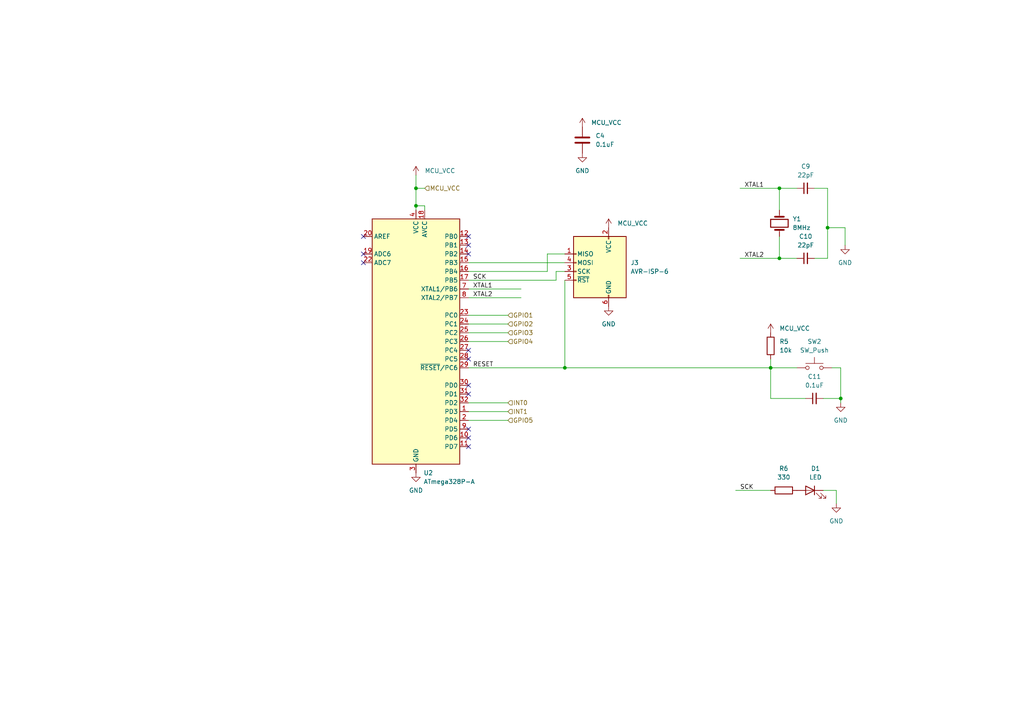
<source format=kicad_sch>
(kicad_sch (version 20231120) (generator "eeschema") (generator_version "8.0")
  (paper "A4")
  (lib_symbols
    (symbol "Connector:AVR-ISP-6" (pin_names (offset 1.016))
      (property "Reference" "J" (at -6.35 11.43 0))
      (property "Value" "AVR-ISP-6" (at 0 11.43 0))
      (symbol "AVR-ISP-6_0_1"
        (rectangle (start -2.667 -6.858) (end -2.413 -7.62))
        (rectangle (start -2.667 10.16) (end -2.413 9.398))
        (rectangle (start 7.62 -2.413) (end 6.858 -2.667))
        (rectangle (start 7.62 0.127) (end 6.858 -0.127))
        (rectangle (start 7.62 2.667) (end 6.858 2.413))
        (rectangle (start 7.62 5.207) (end 6.858 4.953))
        (rectangle (start 7.62 10.16) (end -7.62 -7.62) (stroke (width 0.254)) (fill (type background)))
      )
      (symbol "AVR-ISP-6_1_1"
        (pin passive line (at 10.16 5.08 180) (length 2.54) (name "MISO") (number "1"))
        (pin passive line (at -2.54 12.7 270) (length 2.54) (name "VCC") (number "2"))
        (pin passive line (at 10.16 0 180) (length 2.54) (name "SCK") (number "3"))
        (pin passive line (at 10.16 2.54 180) (length 2.54) (name "MOSI") (number "4"))
        (pin passive line (at 10.16 -2.54 180) (length 2.54) (name "~{RST}") (number "5"))
        (pin passive line (at -2.54 -10.16 90) (length 2.54) (name "GND") (number "6"))
      )
    )
    (symbol "Device:C" (pin_numbers hide) (pin_names (offset 0.254))
      (property "Reference" "C" (at 0.635 2.54 0))
      (property "Value" "C" (at 0.635 -2.54 0))
      (symbol "C_0_1"
        (polyline (pts (xy -2.032 -0.762) (xy 2.032 -0.762)) (stroke (width 0.508)))
        (polyline (pts (xy -2.032 0.762) (xy 2.032 0.762)) (stroke (width 0.508)))
      )
      (symbol "C_1_1"
        (pin passive line (at 0 3.81 270) (length 2.794) (name "~") (number "1"))
        (pin passive line (at 0 -3.81 90) (length 2.794) (name "~") (number "2"))
      )
    )
    (symbol "Device:C_Small" (pin_numbers hide) (pin_names (offset 0.254) hide)
      (property "Reference" "C" (at 0.254 1.778 0))
      (property "Value" "C_Small" (at 0.254 -2.032 0))
      (symbol "C_Small_0_1"
        (polyline (pts (xy -1.524 -0.508) (xy 1.524 -0.508)) (stroke (width 0.3302)))
        (polyline (pts (xy -1.524 0.508) (xy 1.524 0.508)) (stroke (width 0.3048)))
      )
      (symbol "C_Small_1_1"
        (pin passive line (at 0 2.54 270) (length 2.032) (name "~") (number "1"))
        (pin passive line (at 0 -2.54 90) (length 2.032) (name "~") (number "2"))
      )
    )
    (symbol "Device:Crystal" (pin_numbers hide) (pin_names (offset 1.016) hide)
      (property "Reference" "Y" (at 0 3.81 0))
      (property "Value" "Crystal" (at 0 -3.81 0))
      (symbol "Crystal_0_1"
        (rectangle (start -1.143 2.54) (end 1.143 -2.54) (stroke (width 0.3048)))
        (polyline (pts (xy -2.54 0) (xy -1.905 0)))
        (polyline (pts (xy -1.905 -1.27) (xy -1.905 1.27)) (stroke (width 0.508)))
        (polyline (pts (xy 1.905 -1.27) (xy 1.905 1.27)) (stroke (width 0.508)))
        (polyline (pts (xy 2.54 0) (xy 1.905 0)))
      )
      (symbol "Crystal_1_1"
        (pin passive line (at -3.81 0 0) (length 1.27) (name "1") (number "1"))
        (pin passive line (at 3.81 0 180) (length 1.27) (name "2") (number "2"))
      )
    )
    (symbol "Device:LED" (pin_numbers hide) (pin_names (offset 1.016) hide)
      (property "Reference" "D" (at 0 2.54 0))
      (property "Value" "LED" (at 0 -2.54 0))
      (symbol "LED_0_1"
        (polyline (pts (xy -1.27 -1.27) (xy -1.27 1.27)) (stroke (width 0.254)))
        (polyline (pts (xy -1.27 0) (xy 1.27 0)))
        (polyline (pts (xy 1.27 -1.27) (xy 1.27 1.27) (xy -1.27 0) (xy 1.27 -1.27)) (stroke (width 0.254)))
        (polyline (pts (xy -3.048 -0.762) (xy -4.572 -2.286) (xy -3.81 -2.286) (xy -4.572 -2.286) (xy -4.572 -1.524)))
        (polyline (pts (xy -1.778 -0.762) (xy -3.302 -2.286) (xy -2.54 -2.286) (xy -3.302 -2.286) (xy -3.302 -1.524)))
      )
      (symbol "LED_1_1"
        (pin passive line (at -3.81 0 0) (length 2.54) (name "K") (number "1"))
        (pin passive line (at 3.81 0 180) (length 2.54) (name "A") (number "2"))
      )
    )
    (symbol "Device:R" (pin_numbers hide) (pin_names (offset 0))
      (property "Reference" "R" (at 2.032 0 90))
      (property "Value" "R" (at 0 0 90))
      (symbol "R_0_1"
        (rectangle (start -1.016 -2.54) (end 1.016 2.54) (stroke (width 0.254)))
      )
      (symbol "R_1_1"
        (pin passive line (at 0 3.81 270) (length 1.27) (name "~") (number "1"))
        (pin passive line (at 0 -3.81 90) (length 1.27) (name "~") (number "2"))
      )
    )
    (symbol "MCU_Microchip_ATmega:ATmega328P-A"
      (property "Reference" "U" (at -12.7 36.83 0))
      (property "Value" "ATmega328P-A" (at 2.54 -36.83 0))
      (symbol "ATmega328P-A_0_1"
        (rectangle (start -12.7 -35.56) (end 12.7 35.56) (stroke (width 0.254)) (fill (type background)))
      )
      (symbol "ATmega328P-A_1_1"
        (pin bidirectional line (at 15.24 -20.32 180) (length 2.54) (name "PD3") (number "1"))
        (pin bidirectional line (at 15.24 -27.94 180) (length 2.54) (name "PD6") (number "10"))
        (pin bidirectional line (at 15.24 -30.48 180) (length 2.54) (name "PD7") (number "11"))
        (pin bidirectional line (at 15.24 30.48 180) (length 2.54) (name "PB0") (number "12"))
        (pin bidirectional line (at 15.24 27.94 180) (length 2.54) (name "PB1") (number "13"))
        (pin bidirectional line (at 15.24 25.4 180) (length 2.54) (name "PB2") (number "14"))
        (pin bidirectional line (at 15.24 22.86 180) (length 2.54) (name "PB3") (number "15"))
        (pin bidirectional line (at 15.24 20.32 180) (length 2.54) (name "PB4") (number "16"))
        (pin bidirectional line (at 15.24 17.78 180) (length 2.54) (name "PB5") (number "17"))
        (pin power_in line (at 2.54 38.1 270) (length 2.54) (name "AVCC") (number "18"))
        (pin input line (at -15.24 25.4 0) (length 2.54) (name "ADC6") (number "19"))
        (pin bidirectional line (at 15.24 -22.86 180) (length 2.54) (name "PD4") (number "2"))
        (pin passive line (at -15.24 30.48 0) (length 2.54) (name "AREF") (number "20"))
        (pin passive line (at 0 -38.1 90) (length 2.54) hide (name "GND") (number "21"))
        (pin input line (at -15.24 22.86 0) (length 2.54) (name "ADC7") (number "22"))
        (pin bidirectional line (at 15.24 7.62 180) (length 2.54) (name "PC0") (number "23"))
        (pin bidirectional line (at 15.24 5.08 180) (length 2.54) (name "PC1") (number "24"))
        (pin bidirectional line (at 15.24 2.54 180) (length 2.54) (name "PC2") (number "25"))
        (pin bidirectional line (at 15.24 0 180) (length 2.54) (name "PC3") (number "26"))
        (pin bidirectional line (at 15.24 -2.54 180) (length 2.54) (name "PC4") (number "27"))
        (pin bidirectional line (at 15.24 -5.08 180) (length 2.54) (name "PC5") (number "28"))
        (pin bidirectional line (at 15.24 -7.62 180) (length 2.54) (name "~{RESET}/PC6") (number "29"))
        (pin power_in line (at 0 -38.1 90) (length 2.54) (name "GND") (number "3"))
        (pin bidirectional line (at 15.24 -12.7 180) (length 2.54) (name "PD0") (number "30"))
        (pin bidirectional line (at 15.24 -15.24 180) (length 2.54) (name "PD1") (number "31"))
        (pin bidirectional line (at 15.24 -17.78 180) (length 2.54) (name "PD2") (number "32"))
        (pin power_in line (at 0 38.1 270) (length 2.54) (name "VCC") (number "4"))
        (pin passive line (at 0 -38.1 90) (length 2.54) hide (name "GND") (number "5"))
        (pin passive line (at 0 38.1 270) (length 2.54) hide (name "VCC") (number "6"))
        (pin bidirectional line (at 15.24 15.24 180) (length 2.54) (name "XTAL1/PB6") (number "7"))
        (pin bidirectional line (at 15.24 12.7 180) (length 2.54) (name "XTAL2/PB7") (number "8"))
        (pin bidirectional line (at 15.24 -25.4 180) (length 2.54) (name "PD5") (number "9"))
      )
    )
    (symbol "Switch:SW_Push" (pin_numbers hide) (pin_names (offset 1.016) hide)
      (property "Reference" "SW" (at 1.27 2.54 0))
      (property "Value" "SW_Push" (at 0 -1.524 0))
      (symbol "SW_Push_0_1"
        (circle (center -2.032 0) (radius 0.508))
        (polyline (pts (xy 0 1.27) (xy 0 3.048)))
        (polyline (pts (xy 2.54 1.27) (xy -2.54 1.27)))
        (circle (center 2.032 0) (radius 0.508))
        (pin passive line (at -5.08 0 0) (length 2.54) (name "1") (number "1"))
        (pin passive line (at 5.08 0 180) (length 2.54) (name "2") (number "2"))
      )
    )
    (symbol "power:GND" (power) (pin_names (offset 0))
      (property "Value" "GND" (at 0 -3.81 0))
      (symbol "GND_0_1"
        (polyline (pts (xy 0 0) (xy 0 -1.27) (xy 1.27 -1.27) (xy 0 -2.54) (xy -1.27 -1.27) (xy 0 -1.27)))
      )
      (symbol "GND_1_1"
        (pin power_in line (at 0 0 270) (length 0) hide (name "GND") (number "1"))
      )
    )
    (symbol "power:VCC" (power) (pin_names (offset 0))
      (property "Value" "VCC" (at 0 3.81 0))
      (symbol "VCC_0_1"
        (polyline (pts (xy -0.762 1.27) (xy 0 2.54)))
        (polyline (pts (xy 0 0) (xy 0 2.54)))
        (polyline (pts (xy 0 2.54) (xy 0.762 1.27)))
      )
      (symbol "VCC_1_1"
        (pin power_in line (at 0 0 90) (length 0) hide (name "VCC") (number "1"))
      )
    )
  )
  (junction (at 120.65 54.61))
  (junction (at 120.65 59.69))
  (junction (at 163.83 106.68))
  (junction (at 226.06 54.61))
  (junction (at 243.84 115.57))
  (junction (at 240.03 66.04))
  (junction (at 226.06 74.93))
  (junction (at 223.52 106.68))
  (no_connect (at 135.89 104.14))
  (no_connect (at 135.89 127))
  (no_connect (at 135.89 71.12))
  (no_connect (at 105.41 68.58))
  (no_connect (at 135.89 124.46))
  (no_connect (at 135.89 111.76))
  (no_connect (at 135.89 68.58))
  (no_connect (at 135.89 73.66))
  (no_connect (at 135.89 114.3))
  (no_connect (at 135.89 101.6))
  (no_connect (at 105.41 73.66))
  (no_connect (at 105.41 76.2))
  (no_connect (at 135.89 129.54))
  (wire (pts (xy 147.32 93.98) (xy 135.89 93.98)))
  (wire (pts (xy 120.65 50.8) (xy 120.65 54.61)))
  (wire (pts (xy 240.03 66.04) (xy 240.03 74.93)))
  (wire (pts (xy 120.65 59.69) (xy 120.65 60.96)))
  (wire (pts (xy 240.03 74.93) (xy 236.22 74.93)))
  (wire (pts (xy 135.89 83.82) (xy 151.13 83.82)))
  (wire (pts (xy 135.89 86.36) (xy 151.13 86.36)))
  (wire (pts (xy 158.75 73.66) (xy 163.83 73.66)))
  (wire (pts (xy 213.36 142.24) (xy 223.52 142.24)))
  (wire (pts (xy 123.19 59.69) (xy 123.19 60.96)))
  (wire (pts (xy 223.52 106.68) (xy 231.14 106.68)))
  (wire (pts (xy 135.89 106.68) (xy 163.83 106.68)))
  (wire (pts (xy 161.29 81.28) (xy 135.89 81.28)))
  (wire (pts (xy 163.83 106.68) (xy 223.52 106.68)))
  (wire (pts (xy 120.65 54.61) (xy 120.65 59.69)))
  (wire (pts (xy 242.57 142.24) (xy 242.57 146.05)))
  (wire (pts (xy 223.52 104.14) (xy 223.52 106.68)))
  (wire (pts (xy 135.89 121.92) (xy 147.32 121.92)))
  (wire (pts (xy 226.06 68.58) (xy 226.06 74.93)))
  (wire (pts (xy 147.32 96.52) (xy 135.89 96.52)))
  (wire (pts (xy 163.83 81.28) (xy 163.83 106.68)))
  (wire (pts (xy 243.84 116.84) (xy 243.84 115.57)))
  (wire (pts (xy 243.84 106.68) (xy 241.3 106.68)))
  (wire (pts (xy 231.14 74.93) (xy 226.06 74.93)))
  (wire (pts (xy 223.52 115.57) (xy 223.52 106.68)))
  (wire (pts (xy 233.68 115.57) (xy 223.52 115.57)))
  (wire (pts (xy 147.32 99.06) (xy 135.89 99.06)))
  (wire (pts (xy 238.76 142.24) (xy 242.57 142.24)))
  (wire (pts (xy 158.75 78.74) (xy 135.89 78.74)))
  (wire (pts (xy 245.11 71.12) (xy 245.11 66.04)))
  (wire (pts (xy 135.89 76.2) (xy 163.83 76.2)))
  (wire (pts (xy 120.65 59.69) (xy 123.19 59.69)))
  (wire (pts (xy 158.75 73.66) (xy 158.75 78.74)))
  (wire (pts (xy 243.84 115.57) (xy 243.84 106.68)))
  (wire (pts (xy 236.22 54.61) (xy 240.03 54.61)))
  (wire (pts (xy 245.11 66.04) (xy 240.03 66.04)))
  (wire (pts (xy 161.29 78.74) (xy 161.29 81.28)))
  (wire (pts (xy 214.63 74.93) (xy 226.06 74.93)))
  (wire (pts (xy 120.65 54.61) (xy 123.19 54.61)))
  (wire (pts (xy 135.89 116.84) (xy 147.32 116.84)))
  (wire (pts (xy 214.63 54.61) (xy 226.06 54.61)))
  (wire (pts (xy 226.06 54.61) (xy 231.14 54.61)))
  (wire (pts (xy 238.76 115.57) (xy 243.84 115.57)))
  (wire (pts (xy 163.83 78.74) (xy 161.29 78.74)))
  (wire (pts (xy 240.03 54.61) (xy 240.03 66.04)))
  (wire (pts (xy 147.32 91.44) (xy 135.89 91.44)))
  (wire (pts (xy 135.89 119.38) (xy 147.32 119.38)))
  (wire (pts (xy 226.06 60.96) (xy 226.06 54.61)))
  (label "SCK" (at 137.16 81.28 0))
  (label "XTAL1" (at 215.9 54.61 0))
  (label "SCK" (at 214.63 142.24 0))
  (label "XTAL2" (at 137.16 86.36 0))
  (label "XTAL1" (at 137.16 83.82 0))
  (label "XTAL2" (at 215.9 74.93 0))
  (label "RESET" (at 137.16 106.68 0))
  (hierarchical_label "GPIO1" (shape input) (at 147.32 91.44 0))
  (hierarchical_label "INT1" (shape input) (at 147.32 119.38 0))
  (hierarchical_label "MCU_VCC" (shape input) (at 123.19 54.61 0))
  (hierarchical_label "INT0" (shape input) (at 147.32 116.84 0))
  (hierarchical_label "GPIO3" (shape input) (at 147.32 96.52 0))
  (hierarchical_label "GPIO5" (shape input) (at 147.32 121.92 0))
  (hierarchical_label "GPIO2" (shape input) (at 147.32 93.98 0))
  (hierarchical_label "GPIO4" (shape input) (at 147.32 99.06 0))
  (symbol (lib_id "Connector:AVR-ISP-6") (at 173.99 78.74 0) (mirror y) (unit 1)
    (property "Reference" "J3" (at 182.88 76.1999 0) (effects (justify right)))
    (property "Value" "AVR-ISP-6" (at 182.88 78.7399 0) (effects (justify right)))
    (property "Footprint" "Connector_PinHeader_2.54mm:PinHeader_2x03_P2.54mm_Horizontal" (effects (hide yes)))
    (property "Description" "Atmel 6-pin ISP connector" (effects (hide yes)))
  )
  (symbol (lib_id "MCU_Microchip_ATmega:ATmega328P-A") (at 120.65 99.06 0) (unit 1)
    (property "Reference" "U2" (at 122.8441 137.16 0) (effects (justify left)))
    (property "Value" "ATmega328P-A" (at 122.8441 139.7 0) (effects (justify left)))
    (property "Footprint" "Package_QFP:TQFP-32_7x7mm_P0.8mm" (effects (hide yes)))
    (property "Datasheet" "http://ww1.microchip.com/downloads/en/DeviceDoc/ATmega328_P%20AVR%20MCU%20with%20picoPower%20Technology%20Data%20Sheet%2040001984A.pdf" (effects (hide yes)))
    (property "Description" "20MHz, 32kB Flash, 2kB SRAM, 1kB EEPROM, TQFP-32" (effects (hide yes)))
  )
  (symbol (lib_id "power:GND") (at 243.84 116.84 0) (unit 1)
    (property "Reference" "#PWR031" (effects (hide yes)))
    (property "Value" "GND" (at 243.84 121.92 0))
    (property "Description" "Power symbol creates a global label with name \"GND\" , ground" (effects (hide yes)))
  )
  (symbol (lib_id "Device:C_Small") (at 233.68 54.61 90) (unit 1)
    (property "Reference" "C9" (at 233.6863 48.26 90))
    (property "Value" "22pF" (at 233.6863 50.8 90))
    (property "Footprint" "Capacitor_SMD:C_0603_1608Metric" (effects (hide yes)))
    (property "Description" "Unpolarized capacitor, small symbol" (effects (hide yes)))
  )
  (symbol (lib_id "Switch:SW_Push") (at 236.22 106.68 0) (unit 1)
    (property "Reference" "SW2" (at 236.22 99.06 0))
    (property "Value" "SW_Push" (at 236.22 101.6 0))
    (property "Footprint" "Button_Switch_SMD:SW_Push_1P1T_NO_CK_KMR2" (effects (hide yes)))
    (property "Description" "Push button switch, generic, two pins" (effects (hide yes)))
  )
  (symbol (lib_id "Device:C_Small") (at 236.22 115.57 90) (unit 1)
    (property "Reference" "C11" (at 236.2263 109.22 90))
    (property "Value" "0.1uF" (at 236.2263 111.76 90))
    (property "Footprint" "Capacitor_SMD:C_0603_1608Metric" (effects (hide yes)))
    (property "Description" "Unpolarized capacitor, small symbol" (effects (hide yes)))
  )
  (symbol (lib_id "power:VCC") (at 120.65 50.8 0) (unit 1)
    (property "Reference" "#PWR024" (effects (hide yes)))
    (property "Value" "MCU_VCC" (at 123.19 49.5299 0) (effects (justify left)))
    (property "Description" "Power symbol creates a global label with name \"VCC\"" (effects (hide yes)))
  )
  (symbol (lib_id "power:GND") (at 168.91 44.45 0) (unit 1)
    (property "Reference" "#PWR026" (effects (hide yes)))
    (property "Value" "GND" (at 168.91 49.53 0))
    (property "Description" "Power symbol creates a global label with name \"GND\" , ground" (effects (hide yes)))
  )
  (symbol (lib_id "power:GND") (at 176.53 88.9 0) (unit 1)
    (property "Reference" "#PWR011" (effects (hide yes)))
    (property "Value" "GND" (at 176.53 93.98 0))
    (property "Description" "Power symbol creates a global label with name \"GND\" , ground" (effects (hide yes)))
  )
  (symbol (lib_id "power:GND") (at 120.65 137.16 0) (unit 1)
    (property "Reference" "#PWR03" (effects (hide yes)))
    (property "Value" "GND" (at 120.65 142.24 0))
    (property "Description" "Power symbol creates a global label with name \"GND\" , ground" (effects (hide yes)))
  )
  (symbol (lib_id "power:VCC") (at 223.52 96.52 0) (unit 1)
    (property "Reference" "#PWR030" (effects (hide yes)))
    (property "Value" "MCU_VCC" (at 226.06 95.2499 0) (effects (justify left)))
    (property "Description" "Power symbol creates a global label with name \"VCC\"" (effects (hide yes)))
  )
  (symbol (lib_id "power:VCC") (at 176.53 66.04 0) (unit 1)
    (property "Reference" "#PWR023" (effects (hide yes)))
    (property "Value" "MCU_VCC" (at 179.07 64.7699 0) (effects (justify left)))
    (property "Description" "Power symbol creates a global label with name \"VCC\"" (effects (hide yes)))
  )
  (symbol (lib_id "Device:C_Small") (at 233.68 74.93 90) (unit 1)
    (property "Reference" "C10" (at 233.6863 68.58 90))
    (property "Value" "22pF" (at 233.6863 71.12 90))
    (property "Footprint" "Capacitor_SMD:C_0603_1608Metric" (effects (hide yes)))
    (property "Description" "Unpolarized capacitor, small symbol" (effects (hide yes)))
  )
  (symbol (lib_id "power:GND") (at 242.57 146.05 0) (unit 1)
    (property "Reference" "#PWR032" (effects (hide yes)))
    (property "Value" "GND" (at 242.57 151.13 0))
    (property "Description" "Power symbol creates a global label with name \"GND\" , ground" (effects (hide yes)))
  )
  (symbol (lib_id "Device:LED") (at 234.95 142.24 0) (mirror y) (unit 1)
    (property "Reference" "D1" (at 236.5375 135.89 0))
    (property "Value" "LED" (at 236.5375 138.43 0))
    (property "Footprint" "LED_SMD:LED_0805_2012Metric" (effects (hide yes)))
    (property "Description" "Light emitting diode" (effects (hide yes)))
  )
  (symbol (lib_id "Device:R") (at 223.52 100.33 0) (unit 1)
    (property "Reference" "R5" (at 226.06 99.0599 0) (effects (justify left)))
    (property "Value" "10k" (at 226.06 101.5999 0) (effects (justify left)))
    (property "Footprint" "Resistor_SMD:R_0603_1608Metric" (effects (hide yes)))
    (property "Description" "Resistor" (effects (hide yes)))
  )
  (symbol (lib_id "Device:R") (at 227.33 142.24 90) (unit 1)
    (property "Reference" "R6" (at 227.33 135.89 90))
    (property "Value" "330" (at 227.33 138.43 90))
    (property "Footprint" "Resistor_SMD:R_0603_1608Metric" (effects (hide yes)))
    (property "Description" "Resistor" (effects (hide yes)))
  )
  (symbol (lib_id "Device:C") (at 168.91 40.64 0) (unit 1)
    (property "Reference" "C4" (at 172.72 39.3699 0) (effects (justify left)))
    (property "Value" "0.1uF" (at 172.72 41.9099 0) (effects (justify left)))
    (property "Footprint" "Capacitor_SMD:C_0603_1608Metric" (effects (hide yes)))
    (property "Description" "Unpolarized capacitor" (effects (hide yes)))
  )
  (symbol (lib_id "power:GND") (at 245.11 71.12 0) (unit 1)
    (property "Reference" "#PWR029" (effects (hide yes)))
    (property "Value" "GND" (at 245.11 76.2 0))
    (property "Description" "Power symbol creates a global label with name \"GND\" , ground" (effects (hide yes)))
  )
  (symbol (lib_id "Device:Crystal") (at 226.06 64.77 270) (unit 1)
    (property "Reference" "Y1" (at 229.87 63.4999 90) (effects (justify left)))
    (property "Value" "8MHz" (at 229.87 66.0399 90) (effects (justify left)))
    (property "Footprint" "Crystal:Crystal_SMD_2012-2Pin_2.0x1.2mm" (effects (hide yes)))
    (property "Description" "Two pin crystal" (effects (hide yes)))
  )
  (symbol (lib_id "power:VCC") (at 168.91 36.83 0) (unit 1)
    (property "Reference" "#PWR025" (effects (hide yes)))
    (property "Value" "MCU_VCC" (at 171.45 35.5599 0) (effects (justify left)))
    (property "Description" "Power symbol creates a global label with name \"VCC\"" (effects (hide yes)))
  )
)
</source>
